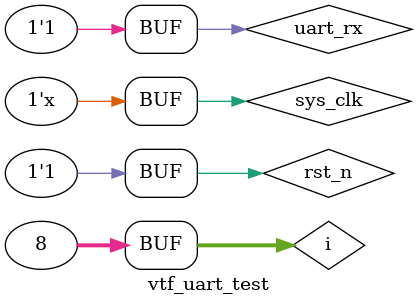
<source format=v>
`timescale 1ns / 1ps

module vtf_uart_test;
	// Inputs
	reg sys_clk;
	reg rst_n;
	reg uart_rx;


	// Outputs
    wire uart_tx;

	// Instantiate the Unit Under Test (UUT)
    uart_test uut (
        .sys_clk                    (sys_clk            ),
        .rst_n                      (rst_n              ),
        .uart_rx                    (uart_rx            ),
        .uart_tx                    (uart_tx            )

    );

	initial begin
		// Initialize Inputs
		sys_clk = 0;
		rst_n = 0;

		// Wait 1000 ns for global reset to finish
		#100;
          rst_n = 1;        
		// Add stimulus here
		#20000;
      //  $stop;
	 end
   
    always #10 sys_clk = ~ sys_clk;   //20nsÒ»¸öÖÜÆÚ£¬²úÉú50MHzÊ±ÖÓÔ´
   
    parameter                        BPS_115200 = 8680;//Ã¿¸ö±ÈÌØµÄÊ±¼ä
    parameter                        SEND_DATA = 8'b1010_0011;//Òª·¢ËÍµÄÊý¾Ý     
    
    integer i = 0;
       
      initial begin
        uart_rx = 1'b1;    //bus idle
        #1000 uart_rx = 1'b0;     //transmit start bit
        
        for (i=0;i<8;i=i+1)
        #BPS_115200 uart_rx = SEND_DATA[i];     //transmit data bit
      
        #BPS_115200 uart_rx = 1'b0;     //transmit stop bit
        #BPS_115200 uart_rx = 1'b1;     //bus idle
        
       end   
   	  
   	      
endmodule

</source>
